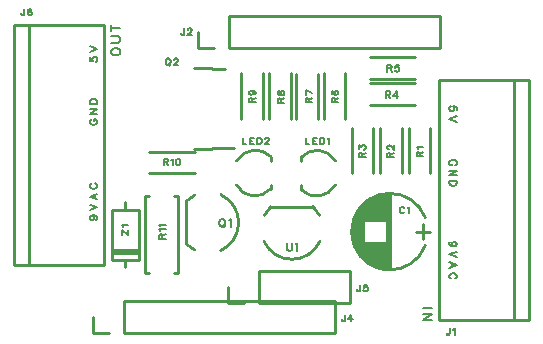
<source format=gto>
G04 Layer: TopSilkscreenLayer*
G04 EasyEDA Pro v2.0.34.720dcead, 2023-10-18 14:17:13*
G04 Gerber Generator version 0.3*
G04 Scale: 100 percent, Rotated: No, Reflected: No*
G04 Dimensions in millimeters*
G04 Leading zeros omitted, absolute positions, 3 integers and 3 decimals*
%FSLAX33Y33*%
%MOMM*%
%ADD10C,0.15*%
%ADD11C,0.152*%
%ADD12C,0.254*%
G75*


G04 Text Start*
G04 //text: 5V*
G54D10*
G01X146964Y-88508D02*
G01X146964Y-88805D01*
G01X147231Y-88833D01*
G01X147200Y-88805D01*
G01X147170Y-88716D01*
G01Y-88625D01*
G01X147200Y-88536D01*
G01X147261Y-88478D01*
G01X147350Y-88447D01*
G01X147409D01*
G01X147498Y-88478D01*
G01X147556Y-88536D01*
G01X147587Y-88625D01*
G01Y-88716D01*
G01X147556Y-88805D01*
G01X147528Y-88833D01*
G01X147467Y-88864D01*
G01X146964Y-88005D02*
G01X147587Y-87769D01*
G01X146964Y-87530D02*
G01X147587Y-87769D01*
G04 //text: GND*
G01X147112Y-93752D02*
G01X147053Y-93780D01*
G01X146992Y-93841D01*
G01X146965Y-93899D01*
G01Y-94019D01*
G01X146992Y-94077D01*
G01X147053Y-94138D01*
G01X147112Y-94166D01*
G01X147201Y-94197D01*
G01X147351D01*
G01X147440Y-94166D01*
G01X147498Y-94138D01*
G01X147556Y-94077D01*
G01X147587Y-94019D01*
G01Y-93899D01*
G01X147556Y-93841D01*
G01X147498Y-93780D01*
G01X147440Y-93752D01*
G01X147351D01*
G01X147351Y-93899D02*
G01X147351Y-93752D01*
G01X146965Y-93308D02*
G01X147587Y-93308D01*
G01X146965Y-93308D02*
G01X147587Y-92894D01*
G01X146965Y-92894D02*
G01X147587Y-92894D01*
G01X146965Y-92452D02*
G01X147587Y-92452D01*
G01X146965Y-92452D02*
G01X146965Y-92243D01*
G01X146992Y-92154D01*
G01X147053Y-92093D01*
G01X147112Y-92066D01*
G01X147201Y-92035D01*
G01X147351D01*
G01X147440Y-92066D01*
G01X147498Y-92093D01*
G01X147556Y-92154D01*
G01X147587Y-92243D01*
G01Y-92452D01*
G04 //text: 9VAC*
G01X147170Y-101881D02*
G01X147262Y-101912D01*
G01X147320Y-101970D01*
G01X147351Y-102059D01*
G01Y-102090D01*
G01X147320Y-102179D01*
G01X147262Y-102237D01*
G01X147170Y-102267D01*
G01X147142D01*
G01X147053Y-102237D01*
G01X146992Y-102179D01*
G01X146965Y-102090D01*
G01Y-102059D01*
G01X146992Y-101970D01*
G01X147053Y-101912D01*
G01X147170Y-101881D01*
G01X147320D01*
G01X147467Y-101912D01*
G01X147556Y-101970D01*
G01X147587Y-102059D01*
G01Y-102120D01*
G01X147556Y-102209D01*
G01X147498Y-102237D01*
G01X146965Y-101439D02*
G01X147587Y-101201D01*
G01X146965Y-100964D02*
G01X147587Y-101201D01*
G01X146965Y-100284D02*
G01X147587Y-100522D01*
G01X146965Y-100284D02*
G01X147587Y-100047D01*
G01X147379Y-100434D02*
G01X147379Y-100136D01*
G01X147112Y-99158D02*
G01X147053Y-99189D01*
G01X146992Y-99247D01*
G01X146965Y-99306D01*
G01Y-99425D01*
G01X146992Y-99486D01*
G01X147053Y-99545D01*
G01X147112Y-99575D01*
G01X147201Y-99603D01*
G01X147351D01*
G01X147440Y-99575D01*
G01X147498Y-99545D01*
G01X147556Y-99486D01*
G01X147587Y-99425D01*
G01Y-99306D01*
G01X147556Y-99247D01*
G01X147498Y-99189D01*
G01X147440Y-99158D01*
G04 //text: OUT*
G01X148776Y-88102D02*
G01X148812Y-88178D01*
G01X148888Y-88252D01*
G01X148962Y-88290D01*
G01X149076Y-88328D01*
G01X149261D01*
G01X149376Y-88290D01*
G01X149449Y-88252D01*
G01X149525Y-88178D01*
G01X149564Y-88102D01*
G01Y-87952D01*
G01X149525Y-87878D01*
G01X149449Y-87802D01*
G01X149376Y-87764D01*
G01X149261Y-87728D01*
G01X149076D01*
G01X148962Y-87764D01*
G01X148888Y-87802D01*
G01X148812Y-87878D01*
G01X148776Y-87952D01*
G01Y-88102D01*
G01X148776Y-87248D02*
G01X149337Y-87248D01*
G01X149449Y-87210D01*
G01X149525Y-87134D01*
G01X149564Y-87022D01*
G01Y-86949D01*
G01X149525Y-86834D01*
G01X149449Y-86761D01*
G01X149337Y-86723D01*
G01X148776D01*
G01X148776Y-85981D02*
G01X149564Y-85981D01*
G01X148776Y-86243D02*
G01X148776Y-85717D01*
G04 //text: IN*
G01X175963Y-109712D02*
G01X175175Y-109712D01*
G01X175963Y-110192D02*
G01X175175Y-110192D01*
G01X175963Y-110192D02*
G01X175175Y-110718D01*
G01X175963Y-110718D02*
G01X175175Y-110718D01*
G04 //text: GND*
G01X177881Y-97637D02*
G01X177940Y-97609D01*
G01X178001Y-97548D01*
G01X178028Y-97490D01*
G01Y-97370D01*
G01X178001Y-97312D01*
G01X177940Y-97251D01*
G01X177881Y-97223D01*
G01X177792Y-97192D01*
G01X177642D01*
G01X177553Y-97223D01*
G01X177495Y-97251D01*
G01X177437Y-97312D01*
G01X177406Y-97370D01*
G01Y-97490D01*
G01X177437Y-97548D01*
G01X177495Y-97609D01*
G01X177553Y-97637D01*
G01X177642D01*
G01X177642Y-97490D02*
G01X177642Y-97637D01*
G01X178028Y-98081D02*
G01X177406Y-98081D01*
G01X178028Y-98081D02*
G01X177406Y-98495D01*
G01X178028Y-98495D02*
G01X177406Y-98495D01*
G01X178028Y-98937D02*
G01X177406Y-98937D01*
G01X178028Y-98937D02*
G01X178028Y-99146D01*
G01X178001Y-99235D01*
G01X177940Y-99296D01*
G01X177881Y-99323D01*
G01X177792Y-99354D01*
G01X177642D01*
G01X177553Y-99323D01*
G01X177495Y-99296D01*
G01X177437Y-99235D01*
G01X177406Y-99146D01*
G01Y-98937D01*
G04 //text: 9VAC*
G01X177823Y-104494D02*
G01X177731Y-104463D01*
G01X177673Y-104405D01*
G01X177642Y-104316D01*
G01Y-104285D01*
G01X177673Y-104196D01*
G01X177731Y-104138D01*
G01X177823Y-104108D01*
G01X177851D01*
G01X177940Y-104138D01*
G01X178001Y-104196D01*
G01X178028Y-104285D01*
G01Y-104316D01*
G01X178001Y-104405D01*
G01X177940Y-104463D01*
G01X177823Y-104494D01*
G01X177673D01*
G01X177526Y-104463D01*
G01X177437Y-104405D01*
G01X177406Y-104316D01*
G01Y-104255D01*
G01X177437Y-104166D01*
G01X177495Y-104138D01*
G01X178028Y-104936D02*
G01X177406Y-105174D01*
G01X178028Y-105411D02*
G01X177406Y-105174D01*
G01X178028Y-106091D02*
G01X177406Y-105853D01*
G01X178028Y-106091D02*
G01X177406Y-106328D01*
G01X177614Y-105941D02*
G01X177614Y-106239D01*
G01X177881Y-107217D02*
G01X177940Y-107186D01*
G01X178001Y-107128D01*
G01X178028Y-107069D01*
G01Y-106950D01*
G01X178001Y-106889D01*
G01X177940Y-106830D01*
G01X177881Y-106800D01*
G01X177792Y-106772D01*
G01X177642D01*
G01X177553Y-106800D01*
G01X177495Y-106830D01*
G01X177437Y-106889D01*
G01X177406Y-106950D01*
G01Y-107069D01*
G01X177437Y-107128D01*
G01X177495Y-107186D01*
G01X177553Y-107217D01*
G04 //text: 5V*
G01X178028Y-92975D02*
G01X178028Y-92678D01*
G01X177762Y-92650D01*
G01X177792Y-92678D01*
G01X177823Y-92766D01*
G01Y-92858D01*
G01X177792Y-92947D01*
G01X177731Y-93005D01*
G01X177642Y-93036D01*
G01X177584D01*
G01X177495Y-93005D01*
G01X177437Y-92947D01*
G01X177406Y-92858D01*
G01Y-92766D01*
G01X177437Y-92678D01*
G01X177465Y-92650D01*
G01X177526Y-92619D01*
G01X178028Y-93478D02*
G01X177406Y-93714D01*
G01X178028Y-93953D02*
G01X177406Y-93714D01*
G04 //text: J6*
G01X141426Y-84391D02*
G01X141426Y-84815D01*
G01X141401Y-84894D01*
G01X141373Y-84922D01*
G01X141320Y-84947D01*
G01X141266D01*
G01X141213Y-84922D01*
G01X141187Y-84894D01*
G01X141162Y-84815D01*
G01Y-84762D01*
G01X142023Y-84470D02*
G01X141995Y-84416D01*
G01X141916Y-84391D01*
G01X141863D01*
G01X141784Y-84416D01*
G01X141731Y-84495D01*
G01X141703Y-84630D01*
G01Y-84762D01*
G01X141731Y-84868D01*
G01X141784Y-84922D01*
G01X141863Y-84947D01*
G01X141891D01*
G01X141970Y-84922D01*
G01X142023Y-84868D01*
G01X142049Y-84790D01*
G01Y-84762D01*
G01X142023Y-84683D01*
G01X141970Y-84630D01*
G01X141891Y-84602D01*
G01X141863D01*
G01X141784Y-84630D01*
G01X141731Y-84683D01*
G01X141703Y-84762D01*
G04 //text: J1*
G01X177445Y-111442D02*
G01X177445Y-111866D01*
G01X177419Y-111945D01*
G01X177391Y-111973D01*
G01X177338Y-111998D01*
G01X177285D01*
G01X177231Y-111973D01*
G01X177206Y-111945D01*
G01X177180Y-111866D01*
G01Y-111813D01*
G01X177722Y-111546D02*
G01X177775Y-111521D01*
G01X177856Y-111442D01*
G01Y-111998D01*
G04 //text: J2*
G01X154957Y-86042D02*
G01X154957Y-86466D01*
G01X154932Y-86545D01*
G01X154904Y-86573D01*
G01X154851Y-86598D01*
G01X154797D01*
G01X154744Y-86573D01*
G01X154718Y-86545D01*
G01X154693Y-86466D01*
G01Y-86413D01*
G01X155262Y-86174D02*
G01X155262Y-86146D01*
G01X155287Y-86095D01*
G01X155315Y-86067D01*
G01X155369Y-86042D01*
G01X155473D01*
G01X155526Y-86067D01*
G01X155554Y-86095D01*
G01X155580Y-86146D01*
G01Y-86199D01*
G01X155554Y-86253D01*
G01X155501Y-86334D01*
G01X155234Y-86598D01*
G01X155607D01*
G04 //text: J4*
G01X168578Y-110299D02*
G01X168578Y-110723D01*
G01X168552Y-110802D01*
G01X168524Y-110830D01*
G01X168471Y-110855D01*
G01X168418D01*
G01X168364Y-110830D01*
G01X168339Y-110802D01*
G01X168313Y-110723D01*
G01Y-110670D01*
G01X169121Y-110299D02*
G01X168854Y-110670D01*
G01X169253D01*
G01X169121Y-110299D02*
G01X169121Y-110855D01*
G04 //text: J5*
G01X169860Y-107759D02*
G01X169860Y-108183D01*
G01X169835Y-108262D01*
G01X169807Y-108290D01*
G01X169754Y-108315D01*
G01X169700D01*
G01X169647Y-108290D01*
G01X169621Y-108262D01*
G01X169596Y-108183D01*
G01Y-108130D01*
G01X170457Y-107759D02*
G01X170190Y-107759D01*
G01X170165Y-107998D01*
G01X170190Y-107970D01*
G01X170272Y-107944D01*
G01X170350D01*
G01X170429Y-107970D01*
G01X170483Y-108023D01*
G01X170510Y-108104D01*
G01Y-108158D01*
G01X170483Y-108236D01*
G01X170429Y-108290D01*
G01X170350Y-108315D01*
G01X170272D01*
G01X170190Y-108290D01*
G01X170165Y-108262D01*
G01X170137Y-108208D01*
G04 //text: R3*
G01X169761Y-96954D02*
G01X170317Y-96954D01*
G01X169761Y-96954D02*
G01X169761Y-96715D01*
G01X169786Y-96636D01*
G01X169814Y-96611D01*
G01X169865Y-96583D01*
G01X169918D01*
G01X169971Y-96611D01*
G01X169999Y-96636D01*
G01X170025Y-96715D01*
G01Y-96954D01*
G01X170025Y-96768D02*
G01X170317Y-96583D01*
G01X169761Y-96253D02*
G01X169761Y-95961D01*
G01X169971Y-96121D01*
G01Y-96039D01*
G01X169999Y-95986D01*
G01X170025Y-95961D01*
G01X170106Y-95933D01*
G01X170159D01*
G01X170238Y-95961D01*
G01X170291Y-96014D01*
G01X170317Y-96093D01*
G01Y-96174D01*
G01X170291Y-96253D01*
G01X170263Y-96278D01*
G01X170210Y-96306D01*
G04 //text: R1*
G01X174637Y-96884D02*
G01X175194Y-96884D01*
G01X174637Y-96884D02*
G01X174637Y-96645D01*
G01X174663Y-96566D01*
G01X174691Y-96541D01*
G01X174741Y-96513D01*
G01X174795D01*
G01X174848Y-96541D01*
G01X174876Y-96566D01*
G01X174901Y-96645D01*
G01Y-96884D01*
G01X174901Y-96698D02*
G01X175194Y-96513D01*
G01X174741Y-96236D02*
G01X174716Y-96183D01*
G01X174637Y-96104D01*
G01X175194D01*
G04 //text: R6*
G01X167449Y-92317D02*
G01X168005Y-92317D01*
G01X167449Y-92317D02*
G01X167449Y-92078D01*
G01X167474Y-91999D01*
G01X167502Y-91974D01*
G01X167553Y-91946D01*
G01X167606D01*
G01X167660Y-91974D01*
G01X167688Y-91999D01*
G01X167713Y-92078D01*
G01Y-92317D01*
G01X167713Y-92131D02*
G01X168005Y-91946D01*
G01X167528Y-91349D02*
G01X167474Y-91377D01*
G01X167449Y-91456D01*
G01Y-91509D01*
G01X167474Y-91588D01*
G01X167553Y-91641D01*
G01X167688Y-91669D01*
G01X167820D01*
G01X167926Y-91641D01*
G01X167980Y-91588D01*
G01X168005Y-91509D01*
G01Y-91484D01*
G01X167980Y-91402D01*
G01X167926Y-91349D01*
G01X167848Y-91324D01*
G01X167820D01*
G01X167741Y-91349D01*
G01X167688Y-91402D01*
G01X167660Y-91484D01*
G01Y-91509D01*
G01X167688Y-91588D01*
G01X167741Y-91641D01*
G01X167820Y-91669D01*
G04 //text: R8*
G01X162877Y-92331D02*
G01X163433Y-92331D01*
G01X162877Y-92331D02*
G01X162877Y-92092D01*
G01X162903Y-92013D01*
G01X162930Y-91988D01*
G01X162981Y-91960D01*
G01X163035D01*
G01X163088Y-91988D01*
G01X163116Y-92013D01*
G01X163141Y-92092D01*
G01Y-92331D01*
G01X163141Y-92146D02*
G01X163433Y-91960D01*
G01X162877Y-91551D02*
G01X162903Y-91630D01*
G01X162956Y-91655D01*
G01X163009D01*
G01X163063Y-91630D01*
G01X163088Y-91577D01*
G01X163116Y-91470D01*
G01X163141Y-91391D01*
G01X163195Y-91338D01*
G01X163248Y-91310D01*
G01X163327D01*
G01X163380Y-91338D01*
G01X163408Y-91363D01*
G01X163433Y-91444D01*
G01Y-91551D01*
G01X163408Y-91630D01*
G01X163380Y-91655D01*
G01X163327Y-91683D01*
G01X163248D01*
G01X163195Y-91655D01*
G01X163141Y-91602D01*
G01X163116Y-91523D01*
G01X163088Y-91417D01*
G01X163063Y-91363D01*
G01X163009Y-91338D01*
G01X162956D01*
G01X162903Y-91363D01*
G01X162877Y-91444D01*
G01Y-91551D01*
G04 //text: R4*
G01X172032Y-91389D02*
G01X172032Y-91945D01*
G01X172032Y-91389D02*
G01X172271Y-91389D01*
G01X172349Y-91414D01*
G01X172375Y-91442D01*
G01X172403Y-91493D01*
G01Y-91546D01*
G01X172375Y-91599D01*
G01X172349Y-91627D01*
G01X172271Y-91653D01*
G01X172032D01*
G01X172217Y-91653D02*
G01X172403Y-91945D01*
G01X172946Y-91389D02*
G01X172680Y-91759D01*
G01X173078D01*
G01X172946Y-91389D02*
G01X172946Y-91945D01*
G04 //text: R9*
G01X160464Y-92317D02*
G01X161020Y-92317D01*
G01X160464Y-92317D02*
G01X160464Y-92078D01*
G01X160490Y-91999D01*
G01X160517Y-91974D01*
G01X160568Y-91946D01*
G01X160622D01*
G01X160675Y-91974D01*
G01X160703Y-91999D01*
G01X160728Y-92078D01*
G01Y-92317D01*
G01X160728Y-92132D02*
G01X161020Y-91946D01*
G01X160650Y-91324D02*
G01X160728Y-91349D01*
G01X160782Y-91403D01*
G01X160810Y-91484D01*
G01Y-91509D01*
G01X160782Y-91588D01*
G01X160728Y-91641D01*
G01X160650Y-91669D01*
G01X160622D01*
G01X160543Y-91641D01*
G01X160490Y-91588D01*
G01X160464Y-91509D01*
G01Y-91484D01*
G01X160490Y-91403D01*
G01X160543Y-91349D01*
G01X160650Y-91324D01*
G01X160782D01*
G01X160914Y-91349D01*
G01X160995Y-91403D01*
G01X161020Y-91484D01*
G01Y-91537D01*
G01X160995Y-91616D01*
G01X160942Y-91641D01*
G04 //text: R11*
G01X152844Y-103846D02*
G01X153400Y-103846D01*
G01X152844Y-103846D02*
G01X152844Y-103607D01*
G01X152870Y-103529D01*
G01X152897Y-103503D01*
G01X152948Y-103475D01*
G01X153002D01*
G01X153055Y-103503D01*
G01X153083Y-103529D01*
G01X153108Y-103607D01*
G01Y-103846D01*
G01X153108Y-103661D02*
G01X153400Y-103475D01*
G01X152948Y-103198D02*
G01X152923Y-103145D01*
G01X152844Y-103066D01*
G01X153400D01*
G01X152948Y-102787D02*
G01X152923Y-102734D01*
G01X152844Y-102655D01*
G01X153400D01*
G04 //text: R7*
G01X165239Y-92305D02*
G01X165795Y-92305D01*
G01X165239Y-92305D02*
G01X165239Y-92067D01*
G01X165264Y-91988D01*
G01X165292Y-91962D01*
G01X165343Y-91935D01*
G01X165396D01*
G01X165450Y-91962D01*
G01X165478Y-91988D01*
G01X165503Y-92067D01*
G01Y-92305D01*
G01X165503Y-92120D02*
G01X165795Y-91935D01*
G01X165239Y-91284D02*
G01X165795Y-91551D01*
G01X165239Y-91658D02*
G01X165239Y-91284D01*
G04 //text: R10*
G01X153210Y-97091D02*
G01X153210Y-97647D01*
G01X153210Y-97091D02*
G01X153448Y-97091D01*
G01X153527Y-97117D01*
G01X153552Y-97144D01*
G01X153580Y-97195D01*
G01Y-97249D01*
G01X153552Y-97302D01*
G01X153527Y-97330D01*
G01X153448Y-97355D01*
G01X153210D01*
G01X153395Y-97355D02*
G01X153580Y-97647D01*
G01X153857Y-97195D02*
G01X153911Y-97170D01*
G01X153989Y-97091D01*
G01Y-97647D01*
G01X154426Y-97091D02*
G01X154348Y-97117D01*
G01X154294Y-97195D01*
G01X154269Y-97330D01*
G01Y-97409D01*
G01X154294Y-97541D01*
G01X154348Y-97622D01*
G01X154426Y-97647D01*
G01X154480D01*
G01X154561Y-97622D01*
G01X154614Y-97541D01*
G01X154640Y-97409D01*
G01Y-97330D01*
G01X154614Y-97195D01*
G01X154561Y-97117D01*
G01X154480Y-97091D01*
G01X154426D01*
G04 //text: R5*
G01X172159Y-89141D02*
G01X172159Y-89697D01*
G01X172159Y-89141D02*
G01X172398Y-89141D01*
G01X172477Y-89166D01*
G01X172502Y-89194D01*
G01X172530Y-89245D01*
G01Y-89298D01*
G01X172502Y-89352D01*
G01X172477Y-89380D01*
G01X172398Y-89405D01*
G01X172159D01*
G01X172345Y-89405D02*
G01X172530Y-89697D01*
G01X173127Y-89141D02*
G01X172860Y-89141D01*
G01X172835Y-89380D01*
G01X172860Y-89352D01*
G01X172939Y-89326D01*
G01X173020D01*
G01X173099Y-89352D01*
G01X173152Y-89405D01*
G01X173180Y-89486D01*
G01Y-89540D01*
G01X173152Y-89618D01*
G01X173099Y-89672D01*
G01X173020Y-89697D01*
G01X172939D01*
G01X172860Y-89672D01*
G01X172835Y-89644D01*
G01X172807Y-89590D01*
G04 //text: Z1*
G01X149669Y-103142D02*
G01X150225Y-103513D01*
G01X149669Y-103513D02*
G01X149669Y-103142D01*
G01X150225Y-103513D02*
G01X150225Y-103142D01*
G01X149773Y-102866D02*
G01X149748Y-102812D01*
G01X149669Y-102734D01*
G01X150225D01*
G04 //text: U1*
G54D11*
G01X163652Y-104214D02*
G01X163652Y-104678D01*
G01X163683Y-104770D01*
G01X163746Y-104833D01*
G01X163838Y-104864D01*
G01X163901D01*
G01X163993Y-104833D01*
G01X164054Y-104770D01*
G01X164087Y-104678D01*
G01Y-104214D01*
G01X164386Y-104338D02*
G01X164450Y-104305D01*
G01X164541Y-104214D01*
G01Y-104864D01*
G04 //text: Q1*
G01X158123Y-102182D02*
G01X158062Y-102212D01*
G01X157998Y-102273D01*
G01X157968Y-102337D01*
G01X157937Y-102428D01*
G01Y-102583D01*
G01X157968Y-102677D01*
G01X157998Y-102738D01*
G01X158062Y-102801D01*
G01X158123Y-102832D01*
G01X158247D01*
G01X158308Y-102801D01*
G01X158372Y-102738D01*
G01X158402Y-102677D01*
G01X158433Y-102583D01*
G01Y-102428D01*
G01X158402Y-102337D01*
G01X158372Y-102273D01*
G01X158308Y-102212D01*
G01X158247Y-102182D01*
G01X158123D01*
G01X158217Y-102707D02*
G01X158402Y-102893D01*
G01X158735Y-102306D02*
G01X158796Y-102273D01*
G01X158887Y-102182D01*
G01Y-102832D01*
G04 //text: LED1*
G54D10*
G01X165244Y-95313D02*
G01X165244Y-95869D01*
G01X165244Y-95869D02*
G01X165562Y-95869D01*
G01X165838Y-95313D02*
G01X165838Y-95869D01*
G01X165838Y-95313D02*
G01X166184Y-95313D01*
G01X165838Y-95577D02*
G01X166052Y-95577D01*
G01X165838Y-95869D02*
G01X166184Y-95869D01*
G01X166461Y-95313D02*
G01X166461Y-95869D01*
G01X166461Y-95313D02*
G01X166649Y-95313D01*
G01X166727Y-95339D01*
G01X166781Y-95392D01*
G01X166806Y-95445D01*
G01X166834Y-95524D01*
G01Y-95659D01*
G01X166806Y-95737D01*
G01X166781Y-95791D01*
G01X166727Y-95844D01*
G01X166649Y-95869D01*
G01X166461D01*
G01X167111Y-95417D02*
G01X167164Y-95392D01*
G01X167243Y-95313D01*
G01Y-95869D01*
G04 //text: R2*
G01X172156Y-96952D02*
G01X172712Y-96952D01*
G01X172156Y-96952D02*
G01X172156Y-96713D01*
G01X172182Y-96634D01*
G01X172209Y-96606D01*
G01X172263Y-96581D01*
G01X172316D01*
G01X172367Y-96606D01*
G01X172395Y-96634D01*
G01X172420Y-96713D01*
G01Y-96952D01*
G01X172420Y-96766D02*
G01X172712Y-96581D01*
G01X172288Y-96276D02*
G01X172263Y-96276D01*
G01X172209Y-96248D01*
G01X172182Y-96223D01*
G01X172156Y-96169D01*
G01Y-96063D01*
G01X172182Y-96009D01*
G01X172209Y-95984D01*
G01X172263Y-95956D01*
G01X172316D01*
G01X172367Y-95984D01*
G01X172448Y-96037D01*
G01X172712Y-96302D01*
G01Y-95931D01*
G04 //text: C1*
G01X173602Y-101287D02*
G01X173577Y-101234D01*
G01X173523Y-101181D01*
G01X173470Y-101155D01*
G01X173363D01*
G01X173310Y-101181D01*
G01X173257Y-101234D01*
G01X173231Y-101287D01*
G01X173206Y-101366D01*
G01Y-101501D01*
G01X173231Y-101579D01*
G01X173257Y-101633D01*
G01X173310Y-101686D01*
G01X173363Y-101711D01*
G01X173470D01*
G01X173523Y-101686D01*
G01X173577Y-101633D01*
G01X173602Y-101579D01*
G01X173881Y-101259D02*
G01X173935Y-101234D01*
G01X174013Y-101155D01*
G01Y-101711D01*
G04 //text: LED2*
G01X159916Y-95313D02*
G01X159916Y-95869D01*
G01X159916Y-95869D02*
G01X160234Y-95869D01*
G01X160511Y-95313D02*
G01X160511Y-95869D01*
G01X160511Y-95313D02*
G01X160856Y-95313D01*
G01X160511Y-95577D02*
G01X160724Y-95577D01*
G01X160511Y-95869D02*
G01X160856Y-95869D01*
G01X161133Y-95313D02*
G01X161133Y-95869D01*
G01X161133Y-95313D02*
G01X161321Y-95313D01*
G01X161400Y-95339D01*
G01X161453Y-95392D01*
G01X161479Y-95445D01*
G01X161507Y-95524D01*
G01Y-95659D01*
G01X161479Y-95737D01*
G01X161453Y-95791D01*
G01X161400Y-95844D01*
G01X161321Y-95869D01*
G01X161133D01*
G01X161811Y-95445D02*
G01X161811Y-95417D01*
G01X161837Y-95366D01*
G01X161865Y-95339D01*
G01X161915Y-95313D01*
G01X162022D01*
G01X162075Y-95339D01*
G01X162103Y-95366D01*
G01X162129Y-95417D01*
G01Y-95471D01*
G01X162103Y-95524D01*
G01X162050Y-95605D01*
G01X161783Y-95869D01*
G01X162157D01*
G04 //text: Q2*
G01X153545Y-88582D02*
G01X153492Y-88608D01*
G01X153438Y-88661D01*
G01X153413Y-88714D01*
G01X153387Y-88793D01*
G01Y-88928D01*
G01X153413Y-89006D01*
G01X153438Y-89060D01*
G01X153492Y-89113D01*
G01X153545Y-89138D01*
G01X153652D01*
G01X153705Y-89113D01*
G01X153758Y-89060D01*
G01X153784Y-89006D01*
G01X153812Y-88928D01*
G01Y-88793D01*
G01X153784Y-88714D01*
G01X153758Y-88661D01*
G01X153705Y-88608D01*
G01X153652Y-88582D01*
G01X153545D01*
G01X153626Y-89032D02*
G01X153784Y-89192D01*
G01X154116Y-88714D02*
G01X154116Y-88686D01*
G01X154142Y-88635D01*
G01X154167Y-88608D01*
G01X154221Y-88582D01*
G01X154327D01*
G01X154381Y-88608D01*
G01X154408Y-88635D01*
G01X154434Y-88686D01*
G01Y-88740D01*
G01X154408Y-88793D01*
G01X154355Y-88874D01*
G01X154088Y-89138D01*
G01X154462D01*
G04 Text End*

G04 PolygonModel Start*
G54D12*
G01X148209Y-85725D02*
G01X140589Y-85725D01*
G01X148209Y-85725D02*
G01X148209Y-106045D01*
G01X140589Y-85725D02*
G01X140589Y-106045D01*
G01X141859Y-106045D02*
G01X141859Y-85725D01*
G01X140589Y-106045D02*
G01X148209Y-106045D01*
G01X176530Y-110744D02*
G01X184150Y-110744D01*
G01X176530Y-110744D02*
G01X176530Y-90424D01*
G01X184150Y-110744D02*
G01X184150Y-90424D01*
G01X182880Y-90424D02*
G01X182880Y-110744D01*
G01X184150Y-90424D02*
G01X176530Y-90424D01*
G01X175809Y-103251D02*
G01X174609Y-103251D01*
G01X175209Y-103901D02*
G01X175209Y-102601D01*
G01X172359Y-106451D02*
G01X172359Y-100051D01*
G01X172319Y-106451D02*
G01X172319Y-100051D01*
G01X172279Y-106451D02*
G01X172279Y-100051D01*
G01X172239Y-106449D02*
G01X172239Y-100053D01*
G01X172199Y-106448D02*
G01X172199Y-100054D01*
G01X172159Y-106445D02*
G01X172159Y-100057D01*
G01X172119Y-106443D02*
G01X172119Y-100059D01*
G01X172079Y-106439D02*
G01X172079Y-104231D01*
G01X172079Y-102271D02*
G01X172079Y-100063D01*
G01X172039Y-106436D02*
G01X172039Y-104231D01*
G01X172039Y-102271D02*
G01X172039Y-100066D01*
G01X171999Y-106431D02*
G01X171999Y-104231D01*
G01X171999Y-102271D02*
G01X171999Y-100071D01*
G01X171959Y-106427D02*
G01X171959Y-104231D01*
G01X171959Y-102271D02*
G01X171959Y-100075D01*
G01X171919Y-106421D02*
G01X171919Y-104231D01*
G01X171919Y-102271D02*
G01X171919Y-100081D01*
G01X171879Y-106416D02*
G01X171879Y-104231D01*
G01X171879Y-102271D02*
G01X171879Y-100086D01*
G01X171839Y-106409D02*
G01X171839Y-104231D01*
G01X171839Y-102271D02*
G01X171839Y-100093D01*
G01X171799Y-106403D02*
G01X171799Y-104231D01*
G01X171799Y-102271D02*
G01X171799Y-100099D01*
G01X171759Y-106395D02*
G01X171759Y-104231D01*
G01X171759Y-102271D02*
G01X171759Y-100107D01*
G01X171719Y-106388D02*
G01X171719Y-104231D01*
G01X171719Y-102271D02*
G01X171719Y-100114D01*
G01X171679Y-106379D02*
G01X171679Y-104231D01*
G01X171679Y-102271D02*
G01X171679Y-100123D01*
G01X171638Y-106370D02*
G01X171638Y-104231D01*
G01X171638Y-102271D02*
G01X171638Y-100132D01*
G01X171598Y-106361D02*
G01X171598Y-104231D01*
G01X171598Y-102271D02*
G01X171598Y-100141D01*
G01X171558Y-106351D02*
G01X171558Y-104231D01*
G01X171558Y-102271D02*
G01X171558Y-100151D01*
G01X171518Y-106341D02*
G01X171518Y-104231D01*
G01X171518Y-102271D02*
G01X171518Y-100161D01*
G01X171478Y-106330D02*
G01X171478Y-104231D01*
G01X171478Y-102271D02*
G01X171478Y-100172D01*
G01X171438Y-106318D02*
G01X171438Y-104231D01*
G01X171438Y-102271D02*
G01X171438Y-100184D01*
G01X171398Y-106306D02*
G01X171398Y-104231D01*
G01X171398Y-102271D02*
G01X171398Y-100196D01*
G01X171358Y-106293D02*
G01X171358Y-104231D01*
G01X171358Y-102271D02*
G01X171358Y-100209D01*
G01X171318Y-106280D02*
G01X171318Y-104231D01*
G01X171318Y-102271D02*
G01X171318Y-100222D01*
G01X171278Y-106266D02*
G01X171278Y-104231D01*
G01X171278Y-102271D02*
G01X171278Y-100236D01*
G01X171238Y-106252D02*
G01X171238Y-104231D01*
G01X171238Y-102271D02*
G01X171238Y-100250D01*
G01X171198Y-106237D02*
G01X171198Y-104231D01*
G01X171198Y-102271D02*
G01X171198Y-100265D01*
G01X171158Y-106221D02*
G01X171158Y-104231D01*
G01X171158Y-102271D02*
G01X171158Y-100281D01*
G01X171118Y-106205D02*
G01X171118Y-104231D01*
G01X171118Y-102271D02*
G01X171118Y-100297D01*
G01X171078Y-106188D02*
G01X171078Y-104231D01*
G01X171078Y-102271D02*
G01X171078Y-100314D01*
G01X171038Y-106170D02*
G01X171038Y-104231D01*
G01X171038Y-102271D02*
G01X171038Y-100332D01*
G01X170998Y-106152D02*
G01X170998Y-104231D01*
G01X170998Y-102271D02*
G01X170998Y-100350D01*
G01X170958Y-106133D02*
G01X170958Y-104231D01*
G01X170958Y-102271D02*
G01X170958Y-100369D01*
G01X170918Y-106114D02*
G01X170918Y-104231D01*
G01X170918Y-102271D02*
G01X170918Y-100388D01*
G01X170878Y-106094D02*
G01X170878Y-104231D01*
G01X170878Y-102271D02*
G01X170878Y-100408D01*
G01X170838Y-106073D02*
G01X170838Y-104231D01*
G01X170838Y-102271D02*
G01X170838Y-100429D01*
G01X170798Y-106051D02*
G01X170798Y-104231D01*
G01X170798Y-102271D02*
G01X170798Y-100451D01*
G01X170758Y-106029D02*
G01X170758Y-104231D01*
G01X170758Y-102271D02*
G01X170758Y-100473D01*
G01X170718Y-106006D02*
G01X170718Y-104231D01*
G01X170718Y-102271D02*
G01X170718Y-100496D01*
G01X170678Y-105982D02*
G01X170678Y-104231D01*
G01X170678Y-102271D02*
G01X170678Y-100520D01*
G01X170638Y-105957D02*
G01X170638Y-104231D01*
G01X170638Y-102271D02*
G01X170638Y-100545D01*
G01X170598Y-105932D02*
G01X170598Y-104231D01*
G01X170598Y-102271D02*
G01X170598Y-100570D01*
G01X170558Y-105905D02*
G01X170558Y-104231D01*
G01X170558Y-102271D02*
G01X170558Y-100597D01*
G01X170518Y-105878D02*
G01X170518Y-104231D01*
G01X170518Y-102271D02*
G01X170518Y-100624D01*
G01X170478Y-105850D02*
G01X170478Y-104231D01*
G01X170478Y-102271D02*
G01X170478Y-100652D01*
G01X170438Y-105821D02*
G01X170438Y-104231D01*
G01X170438Y-102271D02*
G01X170438Y-100681D01*
G01X170398Y-105791D02*
G01X170398Y-104231D01*
G01X170398Y-102271D02*
G01X170398Y-100711D01*
G01X170358Y-105761D02*
G01X170358Y-104231D01*
G01X170358Y-102271D02*
G01X170358Y-100741D01*
G01X170318Y-105729D02*
G01X170318Y-104231D01*
G01X170318Y-102271D02*
G01X170318Y-100773D01*
G01X170278Y-105696D02*
G01X170278Y-104231D01*
G01X170278Y-102271D02*
G01X170278Y-100806D01*
G01X170238Y-105662D02*
G01X170238Y-104231D01*
G01X170238Y-102271D02*
G01X170238Y-100840D01*
G01X170198Y-105626D02*
G01X170198Y-104231D01*
G01X170198Y-102271D02*
G01X170198Y-100876D01*
G01X170158Y-105590D02*
G01X170158Y-104231D01*
G01X170158Y-102271D02*
G01X170158Y-100912D01*
G01X170118Y-105552D02*
G01X170118Y-100950D01*
G01X170078Y-105513D02*
G01X170078Y-100989D01*
G01X170038Y-105473D02*
G01X170038Y-101029D01*
G01X169998Y-105431D02*
G01X169998Y-101071D01*
G01X169958Y-105388D02*
G01X169958Y-101114D01*
G01X169918Y-105343D02*
G01X169918Y-101159D01*
G01X169878Y-105296D02*
G01X169878Y-101206D01*
G01X169838Y-105248D02*
G01X169838Y-101254D01*
G01X169798Y-105197D02*
G01X169798Y-101305D01*
G01X169758Y-105145D02*
G01X169758Y-101357D01*
G01X169718Y-105090D02*
G01X169718Y-101412D01*
G01X169678Y-105032D02*
G01X169678Y-101470D01*
G01X169638Y-104972D02*
G01X169638Y-101530D01*
G01X169598Y-104909D02*
G01X169598Y-101593D01*
G01X169558Y-104842D02*
G01X169558Y-101660D01*
G01X169518Y-104771D02*
G01X169518Y-101731D01*
G01X169478Y-104696D02*
G01X169478Y-101806D01*
G01X169438Y-104615D02*
G01X169438Y-101887D01*
G01X169398Y-104529D02*
G01X169398Y-101973D01*
G01X169358Y-104435D02*
G01X169358Y-102067D01*
G01X169318Y-104332D02*
G01X169318Y-102170D01*
G01X169278Y-104217D02*
G01X169278Y-102285D01*
G01X169238Y-104085D02*
G01X169238Y-102417D01*
G01X169198Y-103927D02*
G01X169198Y-102575D01*
G01X169158Y-103719D02*
G01X169158Y-102783D01*
G01X175376Y-104431D02*
G02X169341Y-104430I-3017J1180D01*
G01X169342Y-104431D02*
G02X169341Y-102072I3017J1180D01*
G01X169341Y-102072D02*
G02X175376Y-102071I3018J-1179D01*
G01X157297Y-96261D02*
G01X157297Y-96161D01*
G01X157297Y-96161D02*
G01X159197Y-96161D01*
G01X157297Y-89461D02*
G01X158397Y-89461D01*
G01X157297Y-89361D02*
G01X157297Y-89461D01*
G01X155797Y-96261D02*
G01X157297Y-96261D01*
G01X155797Y-89361D02*
G01X157297Y-89361D01*
G01X156150Y-87690D02*
G01X156150Y-86360D01*
G01X157480Y-87690D02*
G01X156150Y-87690D01*
G01X158750Y-87690D02*
G01X176590Y-87690D01*
G01X158750Y-87690D02*
G01X158750Y-85030D01*
G01X176590Y-87690D02*
G01X176590Y-85030D01*
G01X158750Y-85030D02*
G01X176590Y-85030D01*
G01X147260Y-111820D02*
G01X147260Y-110490D01*
G01X148590Y-111820D02*
G01X147260Y-111820D01*
G01X149860Y-111820D02*
G01X167700Y-111820D01*
G01X149860Y-111820D02*
G01X149860Y-109160D01*
G01X167700Y-111820D02*
G01X167700Y-109160D01*
G01X149860Y-109160D02*
G01X167700Y-109160D01*
G01X158690Y-109280D02*
G01X158690Y-107950D01*
G01X160020Y-109280D02*
G01X158690Y-109280D01*
G01X161290Y-109280D02*
G01X168970Y-109280D01*
G01X161290Y-109280D02*
G01X161290Y-106620D01*
G01X168970Y-109280D02*
G01X168970Y-106620D01*
G01X161290Y-106620D02*
G01X168970Y-106620D01*
G01X170973Y-94473D02*
G01X170973Y-98313D01*
G01X169133Y-94473D02*
G01X169133Y-98313D01*
G01X173959Y-98313D02*
G01X173959Y-94473D01*
G01X175799Y-98313D02*
G01X175799Y-94473D01*
G01X168610Y-89865D02*
G01X168610Y-93705D01*
G01X166770Y-89865D02*
G01X166770Y-93705D01*
G01X164013Y-89865D02*
G01X164013Y-93705D01*
G01X162173Y-89865D02*
G01X162173Y-93705D01*
G01X174500Y-92550D02*
G01X170660Y-92550D01*
G01X174500Y-90710D02*
G01X170660Y-90710D01*
G01X161625Y-89865D02*
G01X161625Y-93705D01*
G01X159785Y-89865D02*
G01X159785Y-93705D01*
G01X151665Y-106775D02*
G01X151665Y-100235D01*
G01X151995Y-106775D02*
G01X151665Y-106775D01*
G01X154075Y-106775D02*
G01X154405Y-106775D01*
G01X154405Y-106775D02*
G01X154405Y-100235D01*
G01X151665Y-100235D02*
G01X151995Y-100235D01*
G01X154405Y-100235D02*
G01X154075Y-100235D01*
G01X164459Y-93741D02*
G01X164459Y-89901D01*
G01X166299Y-93741D02*
G01X166299Y-89901D01*
G01X152004Y-96489D02*
G01X155844Y-96489D01*
G01X152004Y-98329D02*
G01X155844Y-98329D01*
G01X174513Y-90328D02*
G01X170673Y-90328D01*
G01X174513Y-88488D02*
G01X170673Y-88488D01*
G01X149987Y-106275D02*
G01X149987Y-105625D01*
G01X148867Y-105625D02*
G01X151107Y-105625D01*
G01X151107Y-105625D02*
G01X151107Y-101385D01*
G01X148867Y-105025D02*
G01X151107Y-105025D01*
G01X148867Y-104905D02*
G01X151107Y-104905D01*
G01X148867Y-104785D02*
G01X151107Y-104785D01*
G01X148867Y-101385D02*
G01X148867Y-105625D01*
G01X151107Y-101385D02*
G01X148867Y-101385D01*
G01X149987Y-100735D02*
G01X149987Y-101385D01*
G01X162284Y-101147D02*
G03X161759Y-101874I1800J-1850D01*
G01X164084Y-105597D02*
G02X161727Y-104096I0J2600D01*
G01X164084Y-105597D02*
G03X166440Y-104096I0J2600D01*
G01X165884Y-101147D02*
G02X166408Y-101874I-1800J-1850D01*
G01X165884Y-101147D02*
G01X162284Y-101147D01*
G01X155122Y-104289D02*
G03X155849Y-104813I1850J1800D01*
G01X159572Y-102489D02*
G02X158071Y-104845I-2600J0D01*
G01X159572Y-102489D02*
G03X158071Y-100133I-2600J0D01*
G01X155122Y-100689D02*
G02X155849Y-100165I1850J-1800D01*
G01X155122Y-100689D02*
G01X155122Y-104289D01*
G01X164850Y-96990D02*
G01X164850Y-97269D01*
G01X164846Y-99695D02*
G01X164846Y-99314D01*
G01X164871Y-96964D02*
G02X167767Y-97282I1337J-1172D01*
G01X167767Y-99314D02*
G02X164846Y-99695I-1606J922D01*
G01X162302Y-99606D02*
G01X162302Y-99327D01*
G01X162306Y-96901D02*
G01X162306Y-97282D01*
G01X162281Y-99631D02*
G02X159385Y-99314I-1337J1172D01*
G01X159385Y-97282D02*
G02X162306Y-96901I1606J-922D01*
G01X173386Y-94473D02*
G01X173386Y-98313D01*
G01X171546Y-94473D02*
G01X171546Y-98313D01*
G04 PolygonModel End*

M02*

</source>
